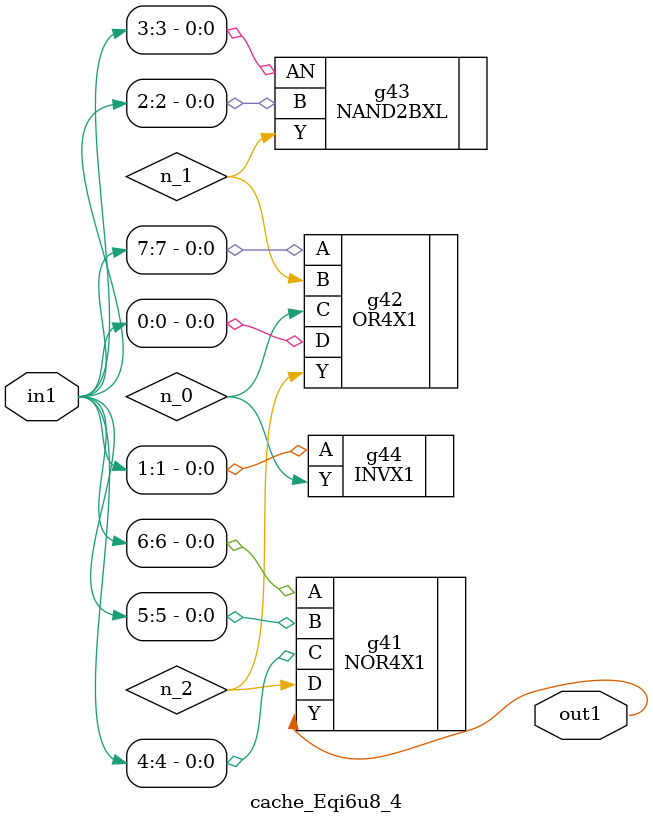
<source format=v>
`timescale 1ps / 1ps


module cache_Eqi6u8_4(in1, out1);
  input [7:0] in1;
  output out1;
  wire [7:0] in1;
  wire out1;
  wire n_0, n_1, n_2;
  NOR4X1 g41(.A (in1[6]), .B (in1[5]), .C (in1[4]), .D (n_2), .Y
       (out1));
  OR4X1 g42(.A (in1[7]), .B (n_1), .C (n_0), .D (in1[0]), .Y (n_2));
  NAND2BXL g43(.AN (in1[3]), .B (in1[2]), .Y (n_1));
  INVX1 g44(.A (in1[1]), .Y (n_0));
endmodule


</source>
